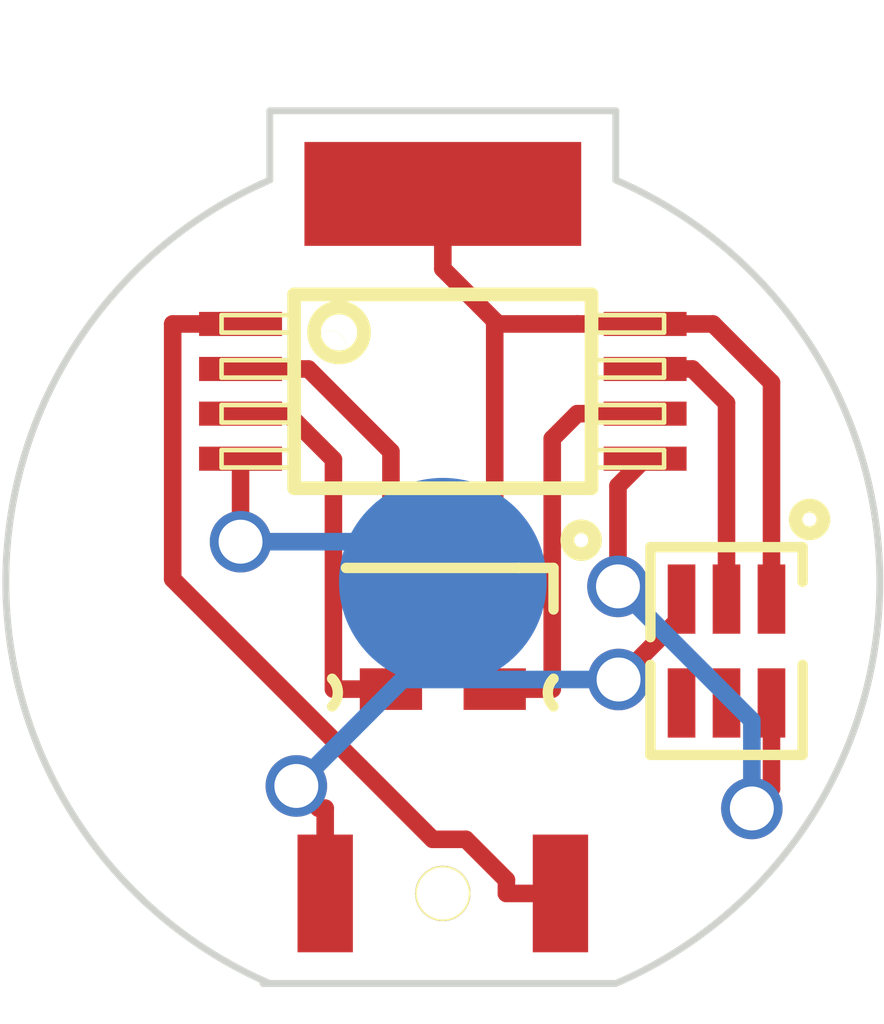
<source format=kicad_pcb>
(kicad_pcb (version 3) (host pcbnew "(2013-jul-07)-stable")

  (general
    (links 12)
    (no_connects 0)
    (area 43.204795 41.599999 57.912805 57.229)
    (thickness 1.6)
    (drawings 16)
    (tracks 55)
    (zones 0)
    (modules 6)
    (nets 9)
  )

  (page A3)
  (layers
    (15 F.Cu signal)
    (0 B.Cu signal)
    (16 B.Adhes user)
    (17 F.Adhes user)
    (18 B.Paste user)
    (19 F.Paste user)
    (20 B.SilkS user)
    (21 F.SilkS user)
    (22 B.Mask user)
    (23 F.Mask user)
    (24 Dwgs.User user)
    (25 Cmts.User user)
    (26 Eco1.User user)
    (27 Eco2.User user)
    (28 Edge.Cuts user)
  )

  (setup
    (last_trace_width 0.254)
    (trace_clearance 0.254)
    (zone_clearance 0.508)
    (zone_45_only no)
    (trace_min 0.254)
    (segment_width 0.2)
    (edge_width 0.1)
    (via_size 0.889)
    (via_drill 0.635)
    (via_min_size 0.889)
    (via_min_drill 0.508)
    (uvia_size 0.508)
    (uvia_drill 0.127)
    (uvias_allowed no)
    (uvia_min_size 0.508)
    (uvia_min_drill 0.127)
    (pcb_text_width 0.3)
    (pcb_text_size 1.5 1.5)
    (mod_edge_width 0.15)
    (mod_text_size 1 1)
    (mod_text_width 0.15)
    (pad_size 4 1.5)
    (pad_drill 0)
    (pad_to_mask_clearance 0)
    (aux_axis_origin 0 0)
    (visible_elements FFFFFFBF)
    (pcbplotparams
      (layerselection 3178497)
      (usegerberextensions true)
      (excludeedgelayer true)
      (linewidth 0.150000)
      (plotframeref false)
      (viasonmask false)
      (mode 1)
      (useauxorigin false)
      (hpglpennumber 1)
      (hpglpenspeed 20)
      (hpglpendiameter 15)
      (hpglpenoverlay 2)
      (psnegative false)
      (psa4output false)
      (plotreference true)
      (plotvalue true)
      (plotothertext true)
      (plotinvisibletext false)
      (padsonsilk false)
      (subtractmaskfromsilk false)
      (outputformat 1)
      (mirror false)
      (drillshape 1)
      (scaleselection 1)
      (outputdirectory ""))
  )

  (net 0 "")
  (net 1 N-000001)
  (net 2 N-0000010)
  (net 3 N-000002)
  (net 4 N-000003)
  (net 5 N-000004)
  (net 6 N-000005)
  (net 7 N-000006)
  (net 8 N-000009)

  (net_class Default "This is the default net class."
    (clearance 0.254)
    (trace_width 0.254)
    (via_dia 0.889)
    (via_drill 0.635)
    (uvia_dia 0.508)
    (uvia_drill 0.127)
    (add_net "")
    (add_net N-000001)
    (add_net N-0000010)
    (add_net N-000002)
    (add_net N-000003)
    (add_net N-000004)
    (add_net N-000005)
    (add_net N-000006)
    (add_net N-000009)
  )

  (module 1PIN_SMD (layer F.Cu) (tedit 553BF91A) (tstamp 553BF801)
    (at 50 44.4)
    (descr "module 1 pin (ou trou mecanique de percage)")
    (tags DEV)
    (path /55394D54)
    (fp_text reference PV+1 (at 0 -1.5) (layer F.SilkS) hide
      (effects (font (size 1.016 1.016) (thickness 0.254)))
    )
    (fp_text value CONNECTOR (at 0 1.75) (layer F.SilkS) hide
      (effects (font (size 1.016 1.016) (thickness 0.254)))
    )
    (pad 1 smd rect (at 0 0) (size 4 1.5)
      (layers F.Cu F.Paste F.Mask)
      (net 7 N-000006)
    )
  )

  (module 1PIN_SMD (layer B.Cu) (tedit 55397601) (tstamp 553974A5)
    (at 50 50)
    (descr "module 1 pin (ou trou mecanique de percage)")
    (tags DEV)
    (path /55394D61)
    (fp_text reference PGND1 (at 0 3.50012) (layer B.SilkS) hide
      (effects (font (size 1.016 1.016) (thickness 0.254)) (justify mirror))
    )
    (fp_text value CONNECTOR (at 0.24892 -3.74904) (layer B.SilkS) hide
      (effects (font (size 1.016 1.016) (thickness 0.254)) (justify mirror))
    )
    (pad 1 smd circle (at 0 0) (size 3 3)
      (layers B.Cu B.Paste B.Mask)
      (net 2 N-0000010)
    )
  )

  (module TCS34725 (layer F.Cu) (tedit 550F1FE4) (tstamp 553954A1)
    (at 54.1 51 90)
    (path /55394A42)
    (fp_text reference IC-TCS3472 (at 0 -1.6 90) (layer F.SilkS) hide
      (effects (font (size 1 1) (thickness 0.15)))
    )
    (fp_text value TCS3472 (at 0 1.8 90) (layer F.SilkS) hide
      (effects (font (size 1 1) (thickness 0.15)))
    )
    (fp_line (start -0.2 -1.1) (end -1.5 -1.1) (layer F.SilkS) (width 0.15))
    (fp_line (start -1.5 -1.1) (end -1.5 1.1) (layer F.SilkS) (width 0.15))
    (fp_line (start -1.5 1.1) (end -0.2 1.1) (layer F.SilkS) (width 0.15))
    (fp_line (start 1 1.1) (end 1.5 1.1) (layer F.SilkS) (width 0.15))
    (fp_line (start 1.5 1.1) (end 1.5 -1) (layer F.SilkS) (width 0.15))
    (fp_line (start 1.5 -1) (end 1.5 -1.1) (layer F.SilkS) (width 0.15))
    (fp_line (start 1.5 -1.1) (end 0.2 -1.1) (layer F.SilkS) (width 0.15))
    (pad 1 smd rect (at 0.75 0.65 90) (size 1 0.4)
      (layers F.Cu F.Paste F.Mask)
      (net 7 N-000006)
    )
    (pad 2 smd rect (at 0.75 0 90) (size 1 0.4)
      (layers F.Cu F.Paste F.Mask)
      (net 4 N-000003)
    )
    (pad 3 smd rect (at 0.75 -0.65 90) (size 1 0.4)
      (layers F.Cu F.Paste F.Mask)
      (net 2 N-0000010)
    )
    (pad 4 smd rect (at -0.75 -0.65 90) (size 1 0.4)
      (layers F.Cu F.Paste F.Mask)
    )
    (pad 5 smd rect (at -0.75 0 90) (size 1 0.4)
      (layers F.Cu F.Paste F.Mask)
    )
    (pad 6 smd rect (at -0.75 0.65 90) (size 1 0.4)
      (layers F.Cu F.Paste F.Mask)
      (net 3 N-000002)
    )
  )

  (module SW_en-b3u-3615 (layer F.Cu) (tedit 5538140D) (tstamp 553954AE)
    (at 50 54.5 180)
    (path /55394B50)
    (fp_text reference SW1 (at 0 1.8 180) (layer F.SilkS) hide
      (effects (font (size 1 1) (thickness 0.15)))
    )
    (fp_text value SW_PUSH (at 0 -1.9 180) (layer F.SilkS) hide
      (effects (font (size 1 1) (thickness 0.15)))
    )
    (fp_line (start -1.5 -1.25) (end 0 -1.25) (layer Dwgs.User) (width 0.15))
    (fp_line (start 0 1.25) (end 1.5 1.25) (layer Dwgs.User) (width 0.15))
    (fp_line (start 1.5 1.25) (end -1.5 1.25) (layer Dwgs.User) (width 0.15))
    (fp_line (start 0 -1.25) (end 0.25 -1.25) (layer Dwgs.User) (width 0.15))
    (fp_line (start 0.25 -1.25) (end 1.5 -1.25) (layer Dwgs.User) (width 0.15))
    (fp_line (start 0 1.25) (end 0.25 1.25) (layer Dwgs.User) (width 0.15))
    (pad 1 smd rect (at -1.7 0 180) (size 0.8 1.7)
      (layers F.Cu F.Paste F.Mask)
      (net 8 N-000009)
    )
    (pad 2 smd rect (at 1.7 0 180) (size 0.8 1.7)
      (layers F.Cu F.Paste F.Mask)
      (net 2 N-0000010)
    )
    (pad "" thru_hole circle (at 0 0 180) (size 0.8 0.8) (drill 0.75)
      (layers *.Cu *.Mask F.SilkS)
    )
  )

  (module HSMF-C114 (layer F.Cu) (tedit 550F0998) (tstamp 553974F5)
    (at 50 51 180)
    (path /55394A87)
    (fp_text reference LED1 (at 0 -1.7 180) (layer F.SilkS) hide
      (effects (font (size 1 1) (thickness 0.15)))
    )
    (fp_text value LED_ARGB (at 0.5 2.2 180) (layer F.SilkS) hide
      (effects (font (size 1 1) (thickness 0.15)))
    )
    (fp_arc (start 1.8 -0.6) (end 1.6 -0.4) (angle 90) (layer F.SilkS) (width 0.15))
    (fp_arc (start -1.8 -0.6) (end -1.6 -0.8) (angle 90) (layer F.SilkS) (width 0.15))
    (fp_line (start -1.1 1.2) (end 1.4 1.2) (layer F.SilkS) (width 0.15))
    (fp_line (start -1.6 0.6) (end -1.6 1.2) (layer F.SilkS) (width 0.15))
    (fp_line (start -1.6 1.2) (end -1.1 1.2) (layer F.SilkS) (width 0.15))
    (pad 1 smd rect (at -0.75 0.55 180) (size 0.9 0.6)
      (layers F.Cu F.Paste F.Mask)
      (net 7 N-000006)
    )
    (pad 2 smd rect (at -0.75 -0.55 180) (size 0.9 0.6)
      (layers F.Cu F.Paste F.Mask)
      (net 1 N-000001)
    )
    (pad 3 smd rect (at 0.75 -0.55 180) (size 0.9 0.6)
      (layers F.Cu F.Paste F.Mask)
      (net 6 N-000005)
    )
    (pad 4 smd rect (at 0.75 0.55 180) (size 0.9 0.6)
      (layers F.Cu F.Paste F.Mask)
      (net 5 N-000004)
    )
  )

  (module analog-devices-TSSOP8 (layer F.Cu) (tedit 553976DB) (tstamp 55395E0F)
    (at 50 47.25)
    (descr TSSOP)
    (tags TSSOP)
    (path /55394A25)
    (attr smd)
    (fp_text reference IC-ATTINY45 (at 0.24892 0) (layer F.SilkS) hide
      (effects (font (size 0.50038 0.50038) (thickness 0.09906)))
    )
    (fp_text value ATTINY45-S (at 0.5588 2.28854) (layer F.SilkS) hide
      (effects (font (size 1.27 1.27) (thickness 0.0889)))
    )
    (fp_line (start -3.19786 -0.84836) (end -2.19964 -0.84836) (layer F.SilkS) (width 0.06604))
    (fp_line (start -2.19964 -0.84836) (end -2.19964 -1.09982) (layer F.SilkS) (width 0.06604))
    (fp_line (start -3.19786 -1.09982) (end -2.19964 -1.09982) (layer F.SilkS) (width 0.06604))
    (fp_line (start -3.19786 -0.84836) (end -3.19786 -1.09982) (layer F.SilkS) (width 0.06604))
    (fp_line (start -3.19786 -0.19812) (end -2.19964 -0.19812) (layer F.SilkS) (width 0.06604))
    (fp_line (start -2.19964 -0.19812) (end -2.19964 -0.44958) (layer F.SilkS) (width 0.06604))
    (fp_line (start -3.19786 -0.44958) (end -2.19964 -0.44958) (layer F.SilkS) (width 0.06604))
    (fp_line (start -3.19786 -0.19812) (end -3.19786 -0.44958) (layer F.SilkS) (width 0.06604))
    (fp_line (start -3.19786 0.44958) (end -2.19964 0.44958) (layer F.SilkS) (width 0.06604))
    (fp_line (start -2.19964 0.44958) (end -2.19964 0.19812) (layer F.SilkS) (width 0.06604))
    (fp_line (start -3.19786 0.19812) (end -2.19964 0.19812) (layer F.SilkS) (width 0.06604))
    (fp_line (start -3.19786 0.44958) (end -3.19786 0.19812) (layer F.SilkS) (width 0.06604))
    (fp_line (start -3.19786 1.09982) (end -2.19964 1.09982) (layer F.SilkS) (width 0.06604))
    (fp_line (start -2.19964 1.09982) (end -2.19964 0.84836) (layer F.SilkS) (width 0.06604))
    (fp_line (start -3.19786 0.84836) (end -2.19964 0.84836) (layer F.SilkS) (width 0.06604))
    (fp_line (start -3.19786 1.09982) (end -3.19786 0.84836) (layer F.SilkS) (width 0.06604))
    (fp_line (start 2.19964 1.09982) (end 3.19786 1.09982) (layer F.SilkS) (width 0.06604))
    (fp_line (start 3.19786 1.09982) (end 3.19786 0.84836) (layer F.SilkS) (width 0.06604))
    (fp_line (start 2.19964 0.84836) (end 3.19786 0.84836) (layer F.SilkS) (width 0.06604))
    (fp_line (start 2.19964 1.09982) (end 2.19964 0.84836) (layer F.SilkS) (width 0.06604))
    (fp_line (start 2.19964 0.44958) (end 3.19786 0.44958) (layer F.SilkS) (width 0.06604))
    (fp_line (start 3.19786 0.44958) (end 3.19786 0.19812) (layer F.SilkS) (width 0.06604))
    (fp_line (start 2.19964 0.19812) (end 3.19786 0.19812) (layer F.SilkS) (width 0.06604))
    (fp_line (start 2.19964 0.44958) (end 2.19964 0.19812) (layer F.SilkS) (width 0.06604))
    (fp_line (start 2.19964 -0.19812) (end 3.19786 -0.19812) (layer F.SilkS) (width 0.06604))
    (fp_line (start 3.19786 -0.19812) (end 3.19786 -0.44958) (layer F.SilkS) (width 0.06604))
    (fp_line (start 2.19964 -0.44958) (end 3.19786 -0.44958) (layer F.SilkS) (width 0.06604))
    (fp_line (start 2.19964 -0.19812) (end 2.19964 -0.44958) (layer F.SilkS) (width 0.06604))
    (fp_line (start 2.19964 -0.84836) (end 3.19786 -0.84836) (layer F.SilkS) (width 0.06604))
    (fp_line (start 3.19786 -0.84836) (end 3.19786 -1.09982) (layer F.SilkS) (width 0.06604))
    (fp_line (start 2.19964 -1.09982) (end 3.19786 -1.09982) (layer F.SilkS) (width 0.06604))
    (fp_line (start 2.19964 -0.84836) (end 2.19964 -1.09982) (layer F.SilkS) (width 0.06604))
    (fp_line (start -2.14884 1.39954) (end 2.14884 1.39954) (layer F.SilkS) (width 0.19812))
    (fp_line (start 2.14884 1.39954) (end 2.14884 -1.39954) (layer F.SilkS) (width 0.19812))
    (fp_line (start 2.14884 -1.39954) (end -2.14884 -1.39954) (layer F.SilkS) (width 0.19812))
    (fp_line (start -2.14884 -1.39954) (end -2.14884 1.39954) (layer F.SilkS) (width 0.19812))
    (fp_circle (center -1.62306 -0.6477) (end -1.78308 -0.80772) (layer F.SilkS) (width 0.00254))
    (pad 1 smd rect (at -2.92354 -0.97282) (size 1.19888 0.34798)
      (layers F.Cu F.Paste F.Mask)
      (net 8 N-000009)
    )
    (pad 2 smd rect (at -2.92354 -0.32258) (size 1.19888 0.34798)
      (layers F.Cu F.Paste F.Mask)
      (net 5 N-000004)
    )
    (pad 3 smd rect (at -2.92354 0.32258) (size 1.19888 0.34798)
      (layers F.Cu F.Paste F.Mask)
      (net 6 N-000005)
    )
    (pad 4 smd rect (at -2.92354 0.97282) (size 1.19888 0.34798)
      (layers F.Cu F.Paste F.Mask)
      (net 2 N-0000010)
    )
    (pad 5 smd rect (at 2.92354 0.97282) (size 1.19888 0.34798)
      (layers F.Cu F.Paste F.Mask)
      (net 3 N-000002)
    )
    (pad 6 smd rect (at 2.92354 0.32258) (size 1.19888 0.34798)
      (layers F.Cu F.Paste F.Mask)
      (net 1 N-000001)
    )
    (pad 7 smd rect (at 2.92354 -0.32258) (size 1.19888 0.34798)
      (layers F.Cu F.Paste F.Mask)
      (net 4 N-000003)
    )
    (pad 8 smd rect (at 2.92354 -0.97282) (size 1.19888 0.34798)
      (layers F.Cu F.Paste F.Mask)
      (net 7 N-000006)
    )
  )

  (gr_line (start 52.5 43.2) (end 47.5 43.2) (angle 90) (layer Edge.Cuts) (width 0.1))
  (gr_line (start 52.5 41.7) (end 47.5 41.7) (angle 90) (layer Dwgs.User) (width 0.2))
  (gr_line (start 47.5 43.2) (end 47.5 44.2) (angle 90) (layer Edge.Cuts) (width 0.1))
  (gr_arc (start 50 50) (end 47.5 55.8) (angle 133) (layer Edge.Cuts) (width 0.1) (tstamp 553BF5FD))
  (gr_line (start 52.5 55.8) (end 47.4 55.8) (angle 90) (layer Edge.Cuts) (width 0.1))
  (gr_line (start 52.5 43.2) (end 52.5 44.2) (angle 90) (layer Edge.Cuts) (width 0.1))
  (gr_arc (start 50 50) (end 52.5 44.2) (angle 133) (layer Edge.Cuts) (width 0.1) (tstamp 553BF3C9))
  (gr_circle (center 52 49.4) (end 52 49.2) (layer F.SilkS) (width 0.2))
  (gr_circle (center 48.5 46.4) (end 48.8 46.6) (layer F.SilkS) (width 0.2))
  (gr_circle (center 55.3 49.1) (end 55.3 48.9) (layer F.SilkS) (width 0.2))
  (gr_line (start 47.5 42.2) (end 47.5 44.2) (angle 90) (layer Dwgs.User) (width 0.2))
  (gr_line (start 50 42.2) (end 47.5 42.2) (angle 90) (layer Dwgs.User) (width 0.2))
  (gr_line (start 52.5 42.2) (end 52.5 44.2) (angle 90) (layer Dwgs.User) (width 0.2))
  (gr_line (start 50 42.2) (end 52.5 42.2) (angle 90) (layer Dwgs.User) (width 0.2))
  (gr_line (start 50 43.7) (end 50 42.2) (angle 90) (layer Dwgs.User) (width 0.2))
  (gr_circle (center 50 50) (end 56.3 50) (layer Dwgs.User) (width 0.2))

  (segment (start 52.9235 47.5726) (end 51.9428 47.5726) (width 0.254) (layer F.Cu) (net 1))
  (segment (start 51.5813 47.9341) (end 51.5813 51.55) (width 0.254) (layer F.Cu) (net 1))
  (segment (start 51.9428 47.5726) (end 51.5813 47.9341) (width 0.254) (layer F.Cu) (net 1))
  (segment (start 50.75 51.55) (end 51.5813 51.55) (width 0.254) (layer F.Cu) (net 1))
  (via (at 47.0765 49.4212) (size 0.889) (layers F.Cu B.Cu) (net 2))
  (via (at 52.54 51.4111) (size 0.889) (layers F.Cu B.Cu) (net 2))
  (via (at 47.883 52.948) (size 0.889) (layers F.Cu B.Cu) (net 2))
  (segment (start 53.45 50.5011) (end 53.45 50.25) (width 0.254) (layer F.Cu) (net 2))
  (segment (start 52.54 51.4111) (end 53.45 50.5011) (width 0.254) (layer F.Cu) (net 2))
  (segment (start 49.4212 49.4212) (end 47.0765 49.4212) (width 0.254) (layer B.Cu) (net 2))
  (segment (start 50 50) (end 49.4212 49.4212) (width 0.254) (layer B.Cu) (net 2))
  (segment (start 47.0765 48.2228) (end 47.0765 49.4212) (width 0.254) (layer F.Cu) (net 2))
  (segment (start 48.3 54.5) (end 48.3 53.2687) (width 0.254) (layer F.Cu) (net 2))
  (segment (start 48.2037 53.2687) (end 47.883 52.948) (width 0.254) (layer F.Cu) (net 2))
  (segment (start 48.3 53.2687) (end 48.2037 53.2687) (width 0.254) (layer F.Cu) (net 2))
  (segment (start 50 51.4111) (end 50 50) (width 0.254) (layer B.Cu) (net 2))
  (segment (start 52.54 51.4111) (end 50 51.4111) (width 0.254) (layer B.Cu) (net 2))
  (segment (start 49.4199 51.4111) (end 47.883 52.948) (width 0.254) (layer B.Cu) (net 2))
  (segment (start 50 51.4111) (end 49.4199 51.4111) (width 0.254) (layer B.Cu) (net 2))
  (via (at 52.5313 50.0664) (size 0.889) (layers F.Cu B.Cu) (net 3))
  (via (at 54.4662 53.2728) (size 0.889) (layers F.Cu B.Cu) (net 3))
  (segment (start 52.5313 48.615) (end 52.5313 50.0664) (width 0.254) (layer F.Cu) (net 3))
  (segment (start 52.9235 48.2228) (end 52.5313 48.615) (width 0.254) (layer F.Cu) (net 3))
  (segment (start 54.4661 53.2728) (end 54.4662 53.2728) (width 0.254) (layer B.Cu) (net 3))
  (segment (start 54.4661 52.0012) (end 54.4661 53.2728) (width 0.254) (layer B.Cu) (net 3))
  (segment (start 52.5313 50.0664) (end 54.4661 52.0012) (width 0.254) (layer B.Cu) (net 3))
  (segment (start 54.75 52.989) (end 54.75 51.75) (width 0.254) (layer F.Cu) (net 3))
  (segment (start 54.4662 53.2728) (end 54.75 52.989) (width 0.254) (layer F.Cu) (net 3))
  (segment (start 54.1 47.42) (end 54.1 50.25) (width 0.254) (layer F.Cu) (net 4))
  (segment (start 53.6074 46.9274) (end 54.1 47.42) (width 0.254) (layer F.Cu) (net 4))
  (segment (start 52.9235 46.9274) (end 53.6074 46.9274) (width 0.254) (layer F.Cu) (net 4))
  (segment (start 49.25 48.1202) (end 49.25 50.45) (width 0.254) (layer F.Cu) (net 5))
  (segment (start 48.0572 46.9274) (end 49.25 48.1202) (width 0.254) (layer F.Cu) (net 5))
  (segment (start 47.0765 46.9274) (end 48.0572 46.9274) (width 0.254) (layer F.Cu) (net 5))
  (segment (start 48.4187 48.2346) (end 48.4187 51.55) (width 0.254) (layer F.Cu) (net 6))
  (segment (start 47.7567 47.5726) (end 48.4187 48.2346) (width 0.254) (layer F.Cu) (net 6))
  (segment (start 47.0765 47.5726) (end 47.7567 47.5726) (width 0.254) (layer F.Cu) (net 6))
  (segment (start 49.25 51.55) (end 48.4187 51.55) (width 0.254) (layer F.Cu) (net 6))
  (segment (start 50 44.1) (end 50 45.4813) (width 0.254) (layer F.Cu) (net 7))
  (segment (start 51.9428 46.2772) (end 50.75 46.2772) (width 0.254) (layer F.Cu) (net 7))
  (segment (start 50.75 50.45) (end 50.75 46.2772) (width 0.254) (layer F.Cu) (net 7))
  (segment (start 50.75 46.2313) (end 50 45.4813) (width 0.254) (layer F.Cu) (net 7))
  (segment (start 50.75 46.2772) (end 50.75 46.2313) (width 0.254) (layer F.Cu) (net 7))
  (segment (start 52.4332 46.2772) (end 51.9428 46.2772) (width 0.254) (layer F.Cu) (net 7))
  (segment (start 52.4332 46.2772) (end 52.9235 46.2772) (width 0.254) (layer F.Cu) (net 7))
  (segment (start 54.75 47.123) (end 54.75 50.25) (width 0.254) (layer F.Cu) (net 7))
  (segment (start 53.9042 46.2772) (end 54.75 47.123) (width 0.254) (layer F.Cu) (net 7))
  (segment (start 52.9235 46.2772) (end 53.9042 46.2772) (width 0.254) (layer F.Cu) (net 7))
  (segment (start 50.9187 54.3046) (end 50.9187 54.5) (width 0.254) (layer F.Cu) (net 8))
  (segment (start 50.3328 53.7187) (end 50.9187 54.3046) (width 0.254) (layer F.Cu) (net 8))
  (segment (start 49.8531 53.7187) (end 50.3328 53.7187) (width 0.254) (layer F.Cu) (net 8))
  (segment (start 46.0958 49.9614) (end 49.8531 53.7187) (width 0.254) (layer F.Cu) (net 8))
  (segment (start 46.0958 46.2772) (end 46.0958 49.9614) (width 0.254) (layer F.Cu) (net 8))
  (segment (start 47.0765 46.2772) (end 46.0958 46.2772) (width 0.254) (layer F.Cu) (net 8))
  (segment (start 51.7 54.5) (end 50.9187 54.5) (width 0.254) (layer F.Cu) (net 8))

)

</source>
